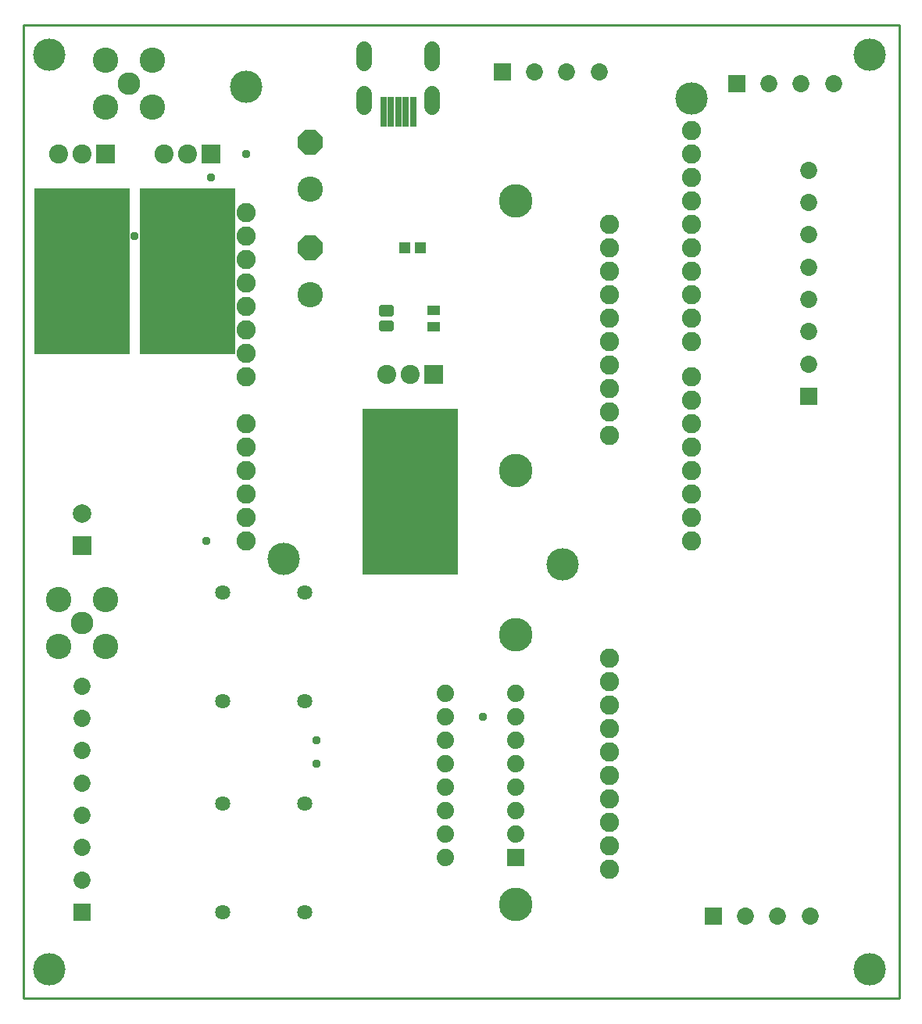
<source format=gbr>
G04 EAGLE Gerber RS-274X export*
G75*
%MOMM*%
%FSLAX34Y34*%
%LPD*%
%INSoldermask Top*%
%IPPOS*%
%AMOC8*
5,1,8,0,0,1.08239X$1,22.5*%
G01*
%ADD10C,2.082800*%
%ADD11R,1.879600X1.879600*%
%ADD12C,1.879600*%
%ADD13C,1.633200*%
%ADD14C,0.701791*%
%ADD15C,2.453200*%
%ADD16C,2.753200*%
%ADD17R,1.853200X1.853200*%
%ADD18C,1.853200*%
%ADD19C,3.505200*%
%ADD20R,2.003200X2.003200*%
%ADD21C,2.003200*%
%ADD22C,2.743200*%
%ADD23P,2.969212X8X112.500000*%
%ADD24C,1.711200*%
%ADD25R,0.703200X3.303200*%
%ADD26C,3.632200*%
%ADD27R,2.063200X2.063200*%
%ADD28C,2.063200*%
%ADD29C,4.775200*%
%ADD30R,10.363200X17.983200*%
%ADD31C,3.251200*%
%ADD32R,1.303200X1.203200*%
%ADD33R,1.403200X1.003200*%
%ADD34C,0.959600*%
%ADD35C,0.254000*%

G36*
X373091Y650832D02*
X373091Y650832D01*
X373098Y650837D01*
X373102Y650833D01*
X373484Y650924D01*
X373488Y650929D01*
X373492Y650927D01*
X373854Y651077D01*
X373857Y651082D01*
X373861Y651080D01*
X374195Y651285D01*
X374197Y651290D01*
X374201Y651290D01*
X374500Y651545D01*
X374501Y651550D01*
X374505Y651550D01*
X374760Y651849D01*
X374761Y651855D01*
X374765Y651855D01*
X374970Y652189D01*
X374969Y652195D01*
X374974Y652196D01*
X375124Y652558D01*
X375123Y652560D01*
X375124Y652560D01*
X375122Y652563D01*
X375122Y652564D01*
X375126Y652566D01*
X375217Y652948D01*
X375215Y652953D01*
X375217Y652954D01*
X375218Y652955D01*
X375249Y653346D01*
X375247Y653349D01*
X375249Y653350D01*
X375249Y658850D01*
X375247Y658852D01*
X375249Y658854D01*
X375218Y659245D01*
X375214Y659249D01*
X375217Y659252D01*
X375126Y659634D01*
X375121Y659638D01*
X375124Y659642D01*
X374974Y660004D01*
X374968Y660007D01*
X374970Y660011D01*
X374765Y660345D01*
X374760Y660347D01*
X374760Y660351D01*
X374505Y660650D01*
X374500Y660651D01*
X374500Y660655D01*
X374201Y660910D01*
X374195Y660911D01*
X374195Y660915D01*
X373861Y661120D01*
X373855Y661119D01*
X373854Y661124D01*
X373492Y661274D01*
X373486Y661272D01*
X373484Y661276D01*
X373102Y661367D01*
X373097Y661365D01*
X373095Y661368D01*
X372704Y661399D01*
X372701Y661397D01*
X372700Y661399D01*
X363509Y661368D01*
X363502Y661363D01*
X363498Y661367D01*
X363116Y661276D01*
X363112Y661271D01*
X363108Y661274D01*
X362746Y661124D01*
X362743Y661118D01*
X362739Y661120D01*
X362405Y660915D01*
X362403Y660910D01*
X362399Y660910D01*
X362100Y660655D01*
X362099Y660650D01*
X362095Y660650D01*
X361840Y660351D01*
X361839Y660345D01*
X361835Y660345D01*
X361630Y660011D01*
X361631Y660005D01*
X361627Y660004D01*
X361477Y659642D01*
X361478Y659636D01*
X361474Y659634D01*
X361383Y659252D01*
X361385Y659247D01*
X361382Y659245D01*
X361351Y658854D01*
X361353Y658851D01*
X361351Y658850D01*
X361351Y653350D01*
X361353Y653348D01*
X361351Y653346D01*
X361382Y652955D01*
X361386Y652951D01*
X361383Y652948D01*
X361474Y652566D01*
X361479Y652562D01*
X361477Y652558D01*
X361627Y652196D01*
X361632Y652193D01*
X361630Y652189D01*
X361835Y651855D01*
X361840Y651853D01*
X361840Y651849D01*
X362095Y651550D01*
X362100Y651549D01*
X362100Y651545D01*
X362399Y651290D01*
X362405Y651289D01*
X362405Y651285D01*
X362739Y651080D01*
X362745Y651081D01*
X362746Y651077D01*
X363108Y650927D01*
X363114Y650928D01*
X363116Y650924D01*
X363498Y650833D01*
X363503Y650835D01*
X363505Y650832D01*
X363896Y650801D01*
X363899Y650803D01*
X363900Y650801D01*
X373091Y650832D01*
G37*
G36*
X373091Y634032D02*
X373091Y634032D01*
X373098Y634037D01*
X373102Y634033D01*
X373484Y634124D01*
X373488Y634129D01*
X373492Y634127D01*
X373854Y634277D01*
X373857Y634282D01*
X373861Y634280D01*
X374195Y634485D01*
X374197Y634490D01*
X374201Y634490D01*
X374500Y634745D01*
X374501Y634750D01*
X374505Y634750D01*
X374760Y635049D01*
X374761Y635055D01*
X374765Y635055D01*
X374970Y635389D01*
X374969Y635395D01*
X374974Y635396D01*
X375124Y635758D01*
X375123Y635760D01*
X375124Y635760D01*
X375122Y635763D01*
X375122Y635764D01*
X375126Y635766D01*
X375217Y636148D01*
X375215Y636153D01*
X375217Y636154D01*
X375218Y636155D01*
X375249Y636546D01*
X375247Y636549D01*
X375249Y636550D01*
X375249Y642050D01*
X375247Y642052D01*
X375249Y642054D01*
X375218Y642445D01*
X375214Y642449D01*
X375217Y642452D01*
X375126Y642834D01*
X375121Y642838D01*
X375124Y642842D01*
X374974Y643204D01*
X374968Y643207D01*
X374970Y643211D01*
X374765Y643545D01*
X374760Y643547D01*
X374760Y643551D01*
X374505Y643850D01*
X374500Y643851D01*
X374500Y643855D01*
X374201Y644110D01*
X374195Y644111D01*
X374195Y644115D01*
X373861Y644320D01*
X373855Y644319D01*
X373854Y644324D01*
X373492Y644474D01*
X373486Y644472D01*
X373484Y644476D01*
X373102Y644567D01*
X373097Y644565D01*
X373095Y644568D01*
X372704Y644599D01*
X372701Y644597D01*
X372700Y644599D01*
X363509Y644568D01*
X363502Y644563D01*
X363498Y644567D01*
X363116Y644476D01*
X363112Y644471D01*
X363108Y644474D01*
X362746Y644324D01*
X362743Y644318D01*
X362739Y644320D01*
X362405Y644115D01*
X362403Y644110D01*
X362399Y644110D01*
X362100Y643855D01*
X362099Y643850D01*
X362095Y643850D01*
X361840Y643551D01*
X361839Y643545D01*
X361835Y643545D01*
X361630Y643211D01*
X361631Y643205D01*
X361627Y643204D01*
X361477Y642842D01*
X361478Y642836D01*
X361474Y642834D01*
X361383Y642452D01*
X361385Y642447D01*
X361382Y642445D01*
X361351Y642054D01*
X361353Y642051D01*
X361351Y642050D01*
X361351Y636550D01*
X361353Y636548D01*
X361351Y636546D01*
X361382Y636155D01*
X361386Y636151D01*
X361383Y636148D01*
X361474Y635766D01*
X361479Y635762D01*
X361477Y635758D01*
X361627Y635396D01*
X361632Y635393D01*
X361630Y635389D01*
X361835Y635055D01*
X361840Y635053D01*
X361840Y635049D01*
X362095Y634750D01*
X362100Y634749D01*
X362100Y634745D01*
X362399Y634490D01*
X362405Y634489D01*
X362405Y634485D01*
X362739Y634280D01*
X362745Y634281D01*
X362746Y634277D01*
X363108Y634127D01*
X363114Y634128D01*
X363116Y634124D01*
X363498Y634033D01*
X363503Y634035D01*
X363505Y634032D01*
X363896Y634001D01*
X363899Y634003D01*
X363900Y634001D01*
X373091Y634032D01*
G37*
D10*
X215900Y711200D03*
X215900Y685800D03*
X215900Y660400D03*
X215900Y635000D03*
X215900Y609600D03*
X215900Y584200D03*
X215900Y533400D03*
X215900Y508000D03*
X215900Y482600D03*
X215900Y457200D03*
X215900Y431800D03*
X215900Y406400D03*
X698500Y406400D03*
X698500Y431800D03*
X698500Y457200D03*
X698500Y482600D03*
X698500Y508000D03*
X698500Y533400D03*
X698500Y558800D03*
X698500Y584200D03*
X698500Y622300D03*
X698500Y647700D03*
X698500Y673100D03*
X698500Y698500D03*
X698500Y723900D03*
X698500Y749300D03*
X698500Y774700D03*
X698500Y800100D03*
X698500Y825500D03*
X698500Y850900D03*
X215900Y736600D03*
X215900Y762000D03*
D11*
X508000Y63500D03*
D12*
X508000Y88900D03*
X508000Y114300D03*
X508000Y139700D03*
X508000Y165100D03*
X508000Y190500D03*
X508000Y215900D03*
X508000Y241300D03*
X431800Y241300D03*
X431800Y215900D03*
X431800Y190500D03*
X431800Y165100D03*
X431800Y139700D03*
X431800Y114300D03*
X431800Y88900D03*
X431800Y63500D03*
D13*
X190500Y350900D03*
X190500Y233300D03*
X279400Y233300D03*
X279400Y350900D03*
X279400Y122300D03*
X279400Y4700D03*
X190500Y4700D03*
X190500Y122300D03*
D14*
X372707Y653343D02*
X372707Y658857D01*
X372707Y653343D02*
X363893Y653343D01*
X363893Y658857D01*
X372707Y658857D01*
X363893Y642057D02*
X363893Y636543D01*
X363893Y642057D02*
X372707Y642057D01*
X372707Y636543D01*
X363893Y636543D01*
D15*
X88900Y901700D03*
D16*
X63500Y876300D03*
X114300Y876300D03*
X114300Y927100D03*
X63500Y927100D03*
D15*
X38100Y317500D03*
D16*
X63500Y292100D03*
X63500Y342900D03*
X12700Y342900D03*
X12700Y292100D03*
D17*
X825500Y563300D03*
D18*
X825500Y598300D03*
X825500Y633300D03*
X825500Y668300D03*
X825500Y703300D03*
X825500Y738300D03*
X825500Y773300D03*
X825500Y808300D03*
D17*
X38100Y4500D03*
D18*
X38100Y39500D03*
X38100Y74500D03*
X38100Y109500D03*
X38100Y144500D03*
X38100Y179500D03*
X38100Y214500D03*
X38100Y249500D03*
D19*
X698500Y885825D03*
X215900Y898525D03*
X257175Y387350D03*
D20*
X38100Y401600D03*
D21*
X38100Y436600D03*
D17*
X493600Y914400D03*
D18*
X528600Y914400D03*
X563600Y914400D03*
X598600Y914400D03*
D19*
X558800Y381000D03*
D22*
X285750Y673100D03*
D23*
X285750Y723900D03*
D22*
X285750Y787400D03*
D23*
X285750Y838200D03*
D17*
X747600Y901700D03*
D18*
X782600Y901700D03*
X817600Y901700D03*
X852600Y901700D03*
D24*
X417500Y924160D02*
X417500Y939240D01*
X344500Y939240D02*
X344500Y924160D01*
X417500Y891240D02*
X417500Y876160D01*
X344500Y876160D02*
X344500Y891240D01*
D25*
X397000Y871700D03*
X389000Y871700D03*
X381000Y871700D03*
X373000Y871700D03*
X365000Y871700D03*
D10*
X609600Y279400D03*
X609600Y254000D03*
X609600Y228600D03*
X609600Y203200D03*
X609600Y177800D03*
X609600Y152400D03*
X609600Y127000D03*
X609600Y101600D03*
X609600Y76200D03*
X609600Y50800D03*
D26*
X508000Y304800D03*
X508000Y12700D03*
D10*
X609600Y749300D03*
X609600Y723900D03*
X609600Y698500D03*
X609600Y673100D03*
X609600Y647700D03*
X609600Y622300D03*
X609600Y596900D03*
X609600Y571500D03*
X609600Y546100D03*
X609600Y520700D03*
D26*
X508000Y774700D03*
X508000Y482600D03*
D27*
X419100Y587375D03*
D28*
X393700Y587375D03*
X368300Y587375D03*
D29*
X393700Y422275D03*
D30*
X393700Y460375D03*
D31*
X393700Y422275D03*
D27*
X177800Y825500D03*
D28*
X152400Y825500D03*
X127000Y825500D03*
D29*
X152400Y660400D03*
D30*
X152400Y698500D03*
D31*
X152400Y660400D03*
D27*
X63500Y825500D03*
D28*
X38100Y825500D03*
X12700Y825500D03*
D29*
X38100Y660400D03*
D30*
X38100Y698500D03*
D31*
X38100Y660400D03*
D19*
X892175Y-57150D03*
X3175Y-57150D03*
X3175Y933450D03*
X892175Y933450D03*
D32*
X388375Y723900D03*
X405375Y723900D03*
D17*
X722200Y0D03*
D18*
X757200Y0D03*
X792200Y0D03*
X827200Y0D03*
D33*
X419100Y638700D03*
X419100Y656700D03*
D34*
X473174Y215900D03*
X292100Y190980D03*
X292100Y165100D03*
X173472Y406400D03*
X66675Y631825D03*
X95250Y736600D03*
X177800Y800100D03*
X215900Y825500D03*
D35*
X-25400Y-88900D02*
X923800Y-88900D01*
X923800Y965100D01*
X-25400Y965100D01*
X-25400Y-88900D01*
M02*

</source>
